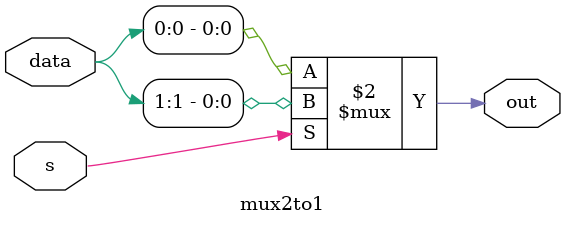
<source format=v>
`timescale 1ns / 1ps


module mux2to1(
    input s,
    input [1:0] data,
    output reg out
    );
    always @(data or s) begin
        out = s ? data[1]:data[0];
    end
endmodule

</source>
